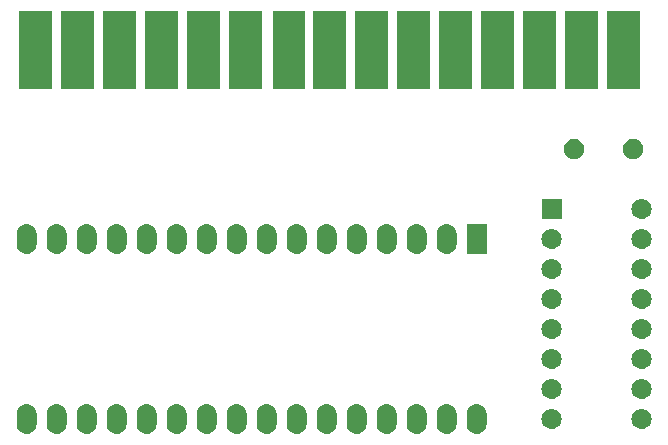
<source format=gbr>
G04 #@! TF.GenerationSoftware,KiCad,Pcbnew,(5.1.4)-1*
G04 #@! TF.CreationDate,2019-11-15T07:05:28+03:00*
G04 #@! TF.ProjectId,ApogeeRom,41706f67-6565-4526-9f6d-2e6b69636164,rev?*
G04 #@! TF.SameCoordinates,Original*
G04 #@! TF.FileFunction,Soldermask,Bot*
G04 #@! TF.FilePolarity,Negative*
%FSLAX46Y46*%
G04 Gerber Fmt 4.6, Leading zero omitted, Abs format (unit mm)*
G04 Created by KiCad (PCBNEW (5.1.4)-1) date 2019-11-15 07:05:28*
%MOMM*%
%LPD*%
G04 APERTURE LIST*
%ADD10C,0.100000*%
G04 APERTURE END LIST*
D10*
G36*
X128436823Y-96551313D02*
G01*
X128597242Y-96599976D01*
X128729906Y-96670886D01*
X128745078Y-96678996D01*
X128874659Y-96785341D01*
X128981004Y-96914922D01*
X128981005Y-96914924D01*
X129060024Y-97062758D01*
X129060025Y-97062761D01*
X129064950Y-97078996D01*
X129108687Y-97223178D01*
X129121000Y-97348197D01*
X129121000Y-98231804D01*
X129108687Y-98356823D01*
X129108686Y-98356825D01*
X129064950Y-98501005D01*
X129060024Y-98517242D01*
X129000456Y-98628686D01*
X128981004Y-98665078D01*
X128874659Y-98794659D01*
X128745077Y-98901005D01*
X128597241Y-98980024D01*
X128436822Y-99028687D01*
X128270000Y-99045117D01*
X128103177Y-99028687D01*
X127942758Y-98980024D01*
X127794924Y-98901005D01*
X127794922Y-98901004D01*
X127665341Y-98794659D01*
X127558995Y-98665077D01*
X127479976Y-98517241D01*
X127475051Y-98501004D01*
X127431314Y-98356824D01*
X127431313Y-98356822D01*
X127419000Y-98231803D01*
X127419000Y-97348197D01*
X127431314Y-97223177D01*
X127475051Y-97078996D01*
X127479976Y-97062761D01*
X127479977Y-97062758D01*
X127558996Y-96914924D01*
X127558997Y-96914922D01*
X127665342Y-96785341D01*
X127794923Y-96678996D01*
X127810095Y-96670886D01*
X127942759Y-96599976D01*
X128103178Y-96551313D01*
X128270000Y-96534883D01*
X128436823Y-96551313D01*
X128436823Y-96551313D01*
G37*
G36*
X123356823Y-96551313D02*
G01*
X123517242Y-96599976D01*
X123649906Y-96670886D01*
X123665078Y-96678996D01*
X123794659Y-96785341D01*
X123901004Y-96914922D01*
X123901005Y-96914924D01*
X123980024Y-97062758D01*
X123980025Y-97062761D01*
X123984950Y-97078996D01*
X124028687Y-97223178D01*
X124041000Y-97348197D01*
X124041000Y-98231804D01*
X124028687Y-98356823D01*
X124028686Y-98356825D01*
X123984950Y-98501005D01*
X123980024Y-98517242D01*
X123920456Y-98628686D01*
X123901004Y-98665078D01*
X123794659Y-98794659D01*
X123665077Y-98901005D01*
X123517241Y-98980024D01*
X123356822Y-99028687D01*
X123190000Y-99045117D01*
X123023177Y-99028687D01*
X122862758Y-98980024D01*
X122714924Y-98901005D01*
X122714922Y-98901004D01*
X122585341Y-98794659D01*
X122478995Y-98665077D01*
X122399976Y-98517241D01*
X122395051Y-98501004D01*
X122351314Y-98356824D01*
X122351313Y-98356822D01*
X122339000Y-98231803D01*
X122339000Y-97348197D01*
X122351314Y-97223177D01*
X122395051Y-97078996D01*
X122399976Y-97062761D01*
X122399977Y-97062758D01*
X122478996Y-96914924D01*
X122478997Y-96914922D01*
X122585342Y-96785341D01*
X122714923Y-96678996D01*
X122730095Y-96670886D01*
X122862759Y-96599976D01*
X123023178Y-96551313D01*
X123190000Y-96534883D01*
X123356823Y-96551313D01*
X123356823Y-96551313D01*
G37*
G36*
X143676823Y-96551313D02*
G01*
X143837242Y-96599976D01*
X143969906Y-96670886D01*
X143985078Y-96678996D01*
X144114659Y-96785341D01*
X144221004Y-96914922D01*
X144221005Y-96914924D01*
X144300024Y-97062758D01*
X144300025Y-97062761D01*
X144304950Y-97078996D01*
X144348687Y-97223178D01*
X144361000Y-97348197D01*
X144361000Y-98231804D01*
X144348687Y-98356823D01*
X144348686Y-98356825D01*
X144304950Y-98501005D01*
X144300024Y-98517242D01*
X144240456Y-98628686D01*
X144221004Y-98665078D01*
X144114659Y-98794659D01*
X143985077Y-98901005D01*
X143837241Y-98980024D01*
X143676822Y-99028687D01*
X143510000Y-99045117D01*
X143343177Y-99028687D01*
X143182758Y-98980024D01*
X143034924Y-98901005D01*
X143034922Y-98901004D01*
X142905341Y-98794659D01*
X142798995Y-98665077D01*
X142719976Y-98517241D01*
X142715051Y-98501004D01*
X142671314Y-98356824D01*
X142671313Y-98356822D01*
X142659000Y-98231803D01*
X142659000Y-97348197D01*
X142671314Y-97223177D01*
X142715051Y-97078996D01*
X142719976Y-97062761D01*
X142719977Y-97062758D01*
X142798996Y-96914924D01*
X142798997Y-96914922D01*
X142905342Y-96785341D01*
X143034923Y-96678996D01*
X143050095Y-96670886D01*
X143182759Y-96599976D01*
X143343178Y-96551313D01*
X143510000Y-96534883D01*
X143676823Y-96551313D01*
X143676823Y-96551313D01*
G37*
G36*
X141136823Y-96551313D02*
G01*
X141297242Y-96599976D01*
X141429906Y-96670886D01*
X141445078Y-96678996D01*
X141574659Y-96785341D01*
X141681004Y-96914922D01*
X141681005Y-96914924D01*
X141760024Y-97062758D01*
X141760025Y-97062761D01*
X141764950Y-97078996D01*
X141808687Y-97223178D01*
X141821000Y-97348197D01*
X141821000Y-98231804D01*
X141808687Y-98356823D01*
X141808686Y-98356825D01*
X141764950Y-98501005D01*
X141760024Y-98517242D01*
X141700456Y-98628686D01*
X141681004Y-98665078D01*
X141574659Y-98794659D01*
X141445077Y-98901005D01*
X141297241Y-98980024D01*
X141136822Y-99028687D01*
X140970000Y-99045117D01*
X140803177Y-99028687D01*
X140642758Y-98980024D01*
X140494924Y-98901005D01*
X140494922Y-98901004D01*
X140365341Y-98794659D01*
X140258995Y-98665077D01*
X140179976Y-98517241D01*
X140175051Y-98501004D01*
X140131314Y-98356824D01*
X140131313Y-98356822D01*
X140119000Y-98231803D01*
X140119000Y-97348197D01*
X140131314Y-97223177D01*
X140175051Y-97078996D01*
X140179976Y-97062761D01*
X140179977Y-97062758D01*
X140258996Y-96914924D01*
X140258997Y-96914922D01*
X140365342Y-96785341D01*
X140494923Y-96678996D01*
X140510095Y-96670886D01*
X140642759Y-96599976D01*
X140803178Y-96551313D01*
X140970000Y-96534883D01*
X141136823Y-96551313D01*
X141136823Y-96551313D01*
G37*
G36*
X138596823Y-96551313D02*
G01*
X138757242Y-96599976D01*
X138889906Y-96670886D01*
X138905078Y-96678996D01*
X139034659Y-96785341D01*
X139141004Y-96914922D01*
X139141005Y-96914924D01*
X139220024Y-97062758D01*
X139220025Y-97062761D01*
X139224950Y-97078996D01*
X139268687Y-97223178D01*
X139281000Y-97348197D01*
X139281000Y-98231804D01*
X139268687Y-98356823D01*
X139268686Y-98356825D01*
X139224950Y-98501005D01*
X139220024Y-98517242D01*
X139160456Y-98628686D01*
X139141004Y-98665078D01*
X139034659Y-98794659D01*
X138905077Y-98901005D01*
X138757241Y-98980024D01*
X138596822Y-99028687D01*
X138430000Y-99045117D01*
X138263177Y-99028687D01*
X138102758Y-98980024D01*
X137954924Y-98901005D01*
X137954922Y-98901004D01*
X137825341Y-98794659D01*
X137718995Y-98665077D01*
X137639976Y-98517241D01*
X137635051Y-98501004D01*
X137591314Y-98356824D01*
X137591313Y-98356822D01*
X137579000Y-98231803D01*
X137579000Y-97348197D01*
X137591314Y-97223177D01*
X137635051Y-97078996D01*
X137639976Y-97062761D01*
X137639977Y-97062758D01*
X137718996Y-96914924D01*
X137718997Y-96914922D01*
X137825342Y-96785341D01*
X137954923Y-96678996D01*
X137970095Y-96670886D01*
X138102759Y-96599976D01*
X138263178Y-96551313D01*
X138430000Y-96534883D01*
X138596823Y-96551313D01*
X138596823Y-96551313D01*
G37*
G36*
X136056823Y-96551313D02*
G01*
X136217242Y-96599976D01*
X136349906Y-96670886D01*
X136365078Y-96678996D01*
X136494659Y-96785341D01*
X136601004Y-96914922D01*
X136601005Y-96914924D01*
X136680024Y-97062758D01*
X136680025Y-97062761D01*
X136684950Y-97078996D01*
X136728687Y-97223178D01*
X136741000Y-97348197D01*
X136741000Y-98231804D01*
X136728687Y-98356823D01*
X136728686Y-98356825D01*
X136684950Y-98501005D01*
X136680024Y-98517242D01*
X136620456Y-98628686D01*
X136601004Y-98665078D01*
X136494659Y-98794659D01*
X136365077Y-98901005D01*
X136217241Y-98980024D01*
X136056822Y-99028687D01*
X135890000Y-99045117D01*
X135723177Y-99028687D01*
X135562758Y-98980024D01*
X135414924Y-98901005D01*
X135414922Y-98901004D01*
X135285341Y-98794659D01*
X135178995Y-98665077D01*
X135099976Y-98517241D01*
X135095051Y-98501004D01*
X135051314Y-98356824D01*
X135051313Y-98356822D01*
X135039000Y-98231803D01*
X135039000Y-97348197D01*
X135051314Y-97223177D01*
X135095051Y-97078996D01*
X135099976Y-97062761D01*
X135099977Y-97062758D01*
X135178996Y-96914924D01*
X135178997Y-96914922D01*
X135285342Y-96785341D01*
X135414923Y-96678996D01*
X135430095Y-96670886D01*
X135562759Y-96599976D01*
X135723178Y-96551313D01*
X135890000Y-96534883D01*
X136056823Y-96551313D01*
X136056823Y-96551313D01*
G37*
G36*
X133516823Y-96551313D02*
G01*
X133677242Y-96599976D01*
X133809906Y-96670886D01*
X133825078Y-96678996D01*
X133954659Y-96785341D01*
X134061004Y-96914922D01*
X134061005Y-96914924D01*
X134140024Y-97062758D01*
X134140025Y-97062761D01*
X134144950Y-97078996D01*
X134188687Y-97223178D01*
X134201000Y-97348197D01*
X134201000Y-98231804D01*
X134188687Y-98356823D01*
X134188686Y-98356825D01*
X134144950Y-98501005D01*
X134140024Y-98517242D01*
X134080456Y-98628686D01*
X134061004Y-98665078D01*
X133954659Y-98794659D01*
X133825077Y-98901005D01*
X133677241Y-98980024D01*
X133516822Y-99028687D01*
X133350000Y-99045117D01*
X133183177Y-99028687D01*
X133022758Y-98980024D01*
X132874924Y-98901005D01*
X132874922Y-98901004D01*
X132745341Y-98794659D01*
X132638995Y-98665077D01*
X132559976Y-98517241D01*
X132555051Y-98501004D01*
X132511314Y-98356824D01*
X132511313Y-98356822D01*
X132499000Y-98231803D01*
X132499000Y-97348197D01*
X132511314Y-97223177D01*
X132555051Y-97078996D01*
X132559976Y-97062761D01*
X132559977Y-97062758D01*
X132638996Y-96914924D01*
X132638997Y-96914922D01*
X132745342Y-96785341D01*
X132874923Y-96678996D01*
X132890095Y-96670886D01*
X133022759Y-96599976D01*
X133183178Y-96551313D01*
X133350000Y-96534883D01*
X133516823Y-96551313D01*
X133516823Y-96551313D01*
G37*
G36*
X130976823Y-96551313D02*
G01*
X131137242Y-96599976D01*
X131269906Y-96670886D01*
X131285078Y-96678996D01*
X131414659Y-96785341D01*
X131521004Y-96914922D01*
X131521005Y-96914924D01*
X131600024Y-97062758D01*
X131600025Y-97062761D01*
X131604950Y-97078996D01*
X131648687Y-97223178D01*
X131661000Y-97348197D01*
X131661000Y-98231804D01*
X131648687Y-98356823D01*
X131648686Y-98356825D01*
X131604950Y-98501005D01*
X131600024Y-98517242D01*
X131540456Y-98628686D01*
X131521004Y-98665078D01*
X131414659Y-98794659D01*
X131285077Y-98901005D01*
X131137241Y-98980024D01*
X130976822Y-99028687D01*
X130810000Y-99045117D01*
X130643177Y-99028687D01*
X130482758Y-98980024D01*
X130334924Y-98901005D01*
X130334922Y-98901004D01*
X130205341Y-98794659D01*
X130098995Y-98665077D01*
X130019976Y-98517241D01*
X130015051Y-98501004D01*
X129971314Y-98356824D01*
X129971313Y-98356822D01*
X129959000Y-98231803D01*
X129959000Y-97348197D01*
X129971314Y-97223177D01*
X130015051Y-97078996D01*
X130019976Y-97062761D01*
X130019977Y-97062758D01*
X130098996Y-96914924D01*
X130098997Y-96914922D01*
X130205342Y-96785341D01*
X130334923Y-96678996D01*
X130350095Y-96670886D01*
X130482759Y-96599976D01*
X130643178Y-96551313D01*
X130810000Y-96534883D01*
X130976823Y-96551313D01*
X130976823Y-96551313D01*
G37*
G36*
X125896823Y-96551313D02*
G01*
X126057242Y-96599976D01*
X126189906Y-96670886D01*
X126205078Y-96678996D01*
X126334659Y-96785341D01*
X126441004Y-96914922D01*
X126441005Y-96914924D01*
X126520024Y-97062758D01*
X126520025Y-97062761D01*
X126524950Y-97078996D01*
X126568687Y-97223178D01*
X126581000Y-97348197D01*
X126581000Y-98231804D01*
X126568687Y-98356823D01*
X126568686Y-98356825D01*
X126524950Y-98501005D01*
X126520024Y-98517242D01*
X126460456Y-98628686D01*
X126441004Y-98665078D01*
X126334659Y-98794659D01*
X126205077Y-98901005D01*
X126057241Y-98980024D01*
X125896822Y-99028687D01*
X125730000Y-99045117D01*
X125563177Y-99028687D01*
X125402758Y-98980024D01*
X125254924Y-98901005D01*
X125254922Y-98901004D01*
X125125341Y-98794659D01*
X125018995Y-98665077D01*
X124939976Y-98517241D01*
X124935051Y-98501004D01*
X124891314Y-98356824D01*
X124891313Y-98356822D01*
X124879000Y-98231803D01*
X124879000Y-97348197D01*
X124891314Y-97223177D01*
X124935051Y-97078996D01*
X124939976Y-97062761D01*
X124939977Y-97062758D01*
X125018996Y-96914924D01*
X125018997Y-96914922D01*
X125125342Y-96785341D01*
X125254923Y-96678996D01*
X125270095Y-96670886D01*
X125402759Y-96599976D01*
X125563178Y-96551313D01*
X125730000Y-96534883D01*
X125896823Y-96551313D01*
X125896823Y-96551313D01*
G37*
G36*
X120816823Y-96551313D02*
G01*
X120977242Y-96599976D01*
X121109906Y-96670886D01*
X121125078Y-96678996D01*
X121254659Y-96785341D01*
X121361004Y-96914922D01*
X121361005Y-96914924D01*
X121440024Y-97062758D01*
X121440025Y-97062761D01*
X121444950Y-97078996D01*
X121488687Y-97223178D01*
X121501000Y-97348197D01*
X121501000Y-98231804D01*
X121488687Y-98356823D01*
X121488686Y-98356825D01*
X121444950Y-98501005D01*
X121440024Y-98517242D01*
X121380456Y-98628686D01*
X121361004Y-98665078D01*
X121254659Y-98794659D01*
X121125077Y-98901005D01*
X120977241Y-98980024D01*
X120816822Y-99028687D01*
X120650000Y-99045117D01*
X120483177Y-99028687D01*
X120322758Y-98980024D01*
X120174924Y-98901005D01*
X120174922Y-98901004D01*
X120045341Y-98794659D01*
X119938995Y-98665077D01*
X119859976Y-98517241D01*
X119855051Y-98501004D01*
X119811314Y-98356824D01*
X119811313Y-98356822D01*
X119799000Y-98231803D01*
X119799000Y-97348197D01*
X119811314Y-97223177D01*
X119855051Y-97078996D01*
X119859976Y-97062761D01*
X119859977Y-97062758D01*
X119938996Y-96914924D01*
X119938997Y-96914922D01*
X120045342Y-96785341D01*
X120174923Y-96678996D01*
X120190095Y-96670886D01*
X120322759Y-96599976D01*
X120483178Y-96551313D01*
X120650000Y-96534883D01*
X120816823Y-96551313D01*
X120816823Y-96551313D01*
G37*
G36*
X118276823Y-96551313D02*
G01*
X118437242Y-96599976D01*
X118569906Y-96670886D01*
X118585078Y-96678996D01*
X118714659Y-96785341D01*
X118821004Y-96914922D01*
X118821005Y-96914924D01*
X118900024Y-97062758D01*
X118900025Y-97062761D01*
X118904950Y-97078996D01*
X118948687Y-97223178D01*
X118961000Y-97348197D01*
X118961000Y-98231804D01*
X118948687Y-98356823D01*
X118948686Y-98356825D01*
X118904950Y-98501005D01*
X118900024Y-98517242D01*
X118840456Y-98628686D01*
X118821004Y-98665078D01*
X118714659Y-98794659D01*
X118585077Y-98901005D01*
X118437241Y-98980024D01*
X118276822Y-99028687D01*
X118110000Y-99045117D01*
X117943177Y-99028687D01*
X117782758Y-98980024D01*
X117634924Y-98901005D01*
X117634922Y-98901004D01*
X117505341Y-98794659D01*
X117398995Y-98665077D01*
X117319976Y-98517241D01*
X117315051Y-98501004D01*
X117271314Y-98356824D01*
X117271313Y-98356822D01*
X117259000Y-98231803D01*
X117259000Y-97348197D01*
X117271314Y-97223177D01*
X117315051Y-97078996D01*
X117319976Y-97062761D01*
X117319977Y-97062758D01*
X117398996Y-96914924D01*
X117398997Y-96914922D01*
X117505342Y-96785341D01*
X117634923Y-96678996D01*
X117650095Y-96670886D01*
X117782759Y-96599976D01*
X117943178Y-96551313D01*
X118110000Y-96534883D01*
X118276823Y-96551313D01*
X118276823Y-96551313D01*
G37*
G36*
X115736823Y-96551313D02*
G01*
X115897242Y-96599976D01*
X116029906Y-96670886D01*
X116045078Y-96678996D01*
X116174659Y-96785341D01*
X116281004Y-96914922D01*
X116281005Y-96914924D01*
X116360024Y-97062758D01*
X116360025Y-97062761D01*
X116364950Y-97078996D01*
X116408687Y-97223178D01*
X116421000Y-97348197D01*
X116421000Y-98231804D01*
X116408687Y-98356823D01*
X116408686Y-98356825D01*
X116364950Y-98501005D01*
X116360024Y-98517242D01*
X116300456Y-98628686D01*
X116281004Y-98665078D01*
X116174659Y-98794659D01*
X116045077Y-98901005D01*
X115897241Y-98980024D01*
X115736822Y-99028687D01*
X115570000Y-99045117D01*
X115403177Y-99028687D01*
X115242758Y-98980024D01*
X115094924Y-98901005D01*
X115094922Y-98901004D01*
X114965341Y-98794659D01*
X114858995Y-98665077D01*
X114779976Y-98517241D01*
X114775051Y-98501004D01*
X114731314Y-98356824D01*
X114731313Y-98356822D01*
X114719000Y-98231803D01*
X114719000Y-97348197D01*
X114731314Y-97223177D01*
X114775051Y-97078996D01*
X114779976Y-97062761D01*
X114779977Y-97062758D01*
X114858996Y-96914924D01*
X114858997Y-96914922D01*
X114965342Y-96785341D01*
X115094923Y-96678996D01*
X115110095Y-96670886D01*
X115242759Y-96599976D01*
X115403178Y-96551313D01*
X115570000Y-96534883D01*
X115736823Y-96551313D01*
X115736823Y-96551313D01*
G37*
G36*
X113196823Y-96551313D02*
G01*
X113357242Y-96599976D01*
X113489906Y-96670886D01*
X113505078Y-96678996D01*
X113634659Y-96785341D01*
X113741004Y-96914922D01*
X113741005Y-96914924D01*
X113820024Y-97062758D01*
X113820025Y-97062761D01*
X113824950Y-97078996D01*
X113868687Y-97223178D01*
X113881000Y-97348197D01*
X113881000Y-98231804D01*
X113868687Y-98356823D01*
X113868686Y-98356825D01*
X113824950Y-98501005D01*
X113820024Y-98517242D01*
X113760456Y-98628686D01*
X113741004Y-98665078D01*
X113634659Y-98794659D01*
X113505077Y-98901005D01*
X113357241Y-98980024D01*
X113196822Y-99028687D01*
X113030000Y-99045117D01*
X112863177Y-99028687D01*
X112702758Y-98980024D01*
X112554924Y-98901005D01*
X112554922Y-98901004D01*
X112425341Y-98794659D01*
X112318995Y-98665077D01*
X112239976Y-98517241D01*
X112235051Y-98501004D01*
X112191314Y-98356824D01*
X112191313Y-98356822D01*
X112179000Y-98231803D01*
X112179000Y-97348197D01*
X112191314Y-97223177D01*
X112235051Y-97078996D01*
X112239976Y-97062761D01*
X112239977Y-97062758D01*
X112318996Y-96914924D01*
X112318997Y-96914922D01*
X112425342Y-96785341D01*
X112554923Y-96678996D01*
X112570095Y-96670886D01*
X112702759Y-96599976D01*
X112863178Y-96551313D01*
X113030000Y-96534883D01*
X113196823Y-96551313D01*
X113196823Y-96551313D01*
G37*
G36*
X110656823Y-96551313D02*
G01*
X110817242Y-96599976D01*
X110949906Y-96670886D01*
X110965078Y-96678996D01*
X111094659Y-96785341D01*
X111201004Y-96914922D01*
X111201005Y-96914924D01*
X111280024Y-97062758D01*
X111280025Y-97062761D01*
X111284950Y-97078996D01*
X111328687Y-97223178D01*
X111341000Y-97348197D01*
X111341000Y-98231804D01*
X111328687Y-98356823D01*
X111328686Y-98356825D01*
X111284950Y-98501005D01*
X111280024Y-98517242D01*
X111220456Y-98628686D01*
X111201004Y-98665078D01*
X111094659Y-98794659D01*
X110965077Y-98901005D01*
X110817241Y-98980024D01*
X110656822Y-99028687D01*
X110490000Y-99045117D01*
X110323177Y-99028687D01*
X110162758Y-98980024D01*
X110014924Y-98901005D01*
X110014922Y-98901004D01*
X109885341Y-98794659D01*
X109778995Y-98665077D01*
X109699976Y-98517241D01*
X109695051Y-98501004D01*
X109651314Y-98356824D01*
X109651313Y-98356822D01*
X109639000Y-98231803D01*
X109639000Y-97348197D01*
X109651314Y-97223177D01*
X109695051Y-97078996D01*
X109699976Y-97062761D01*
X109699977Y-97062758D01*
X109778996Y-96914924D01*
X109778997Y-96914922D01*
X109885342Y-96785341D01*
X110014923Y-96678996D01*
X110030095Y-96670886D01*
X110162759Y-96599976D01*
X110323178Y-96551313D01*
X110490000Y-96534883D01*
X110656823Y-96551313D01*
X110656823Y-96551313D01*
G37*
G36*
X108116823Y-96551313D02*
G01*
X108277242Y-96599976D01*
X108409906Y-96670886D01*
X108425078Y-96678996D01*
X108554659Y-96785341D01*
X108661004Y-96914922D01*
X108661005Y-96914924D01*
X108740024Y-97062758D01*
X108740025Y-97062761D01*
X108744950Y-97078996D01*
X108788687Y-97223178D01*
X108801000Y-97348197D01*
X108801000Y-98231804D01*
X108788687Y-98356823D01*
X108788686Y-98356825D01*
X108744950Y-98501005D01*
X108740024Y-98517242D01*
X108680456Y-98628686D01*
X108661004Y-98665078D01*
X108554659Y-98794659D01*
X108425077Y-98901005D01*
X108277241Y-98980024D01*
X108116822Y-99028687D01*
X107950000Y-99045117D01*
X107783177Y-99028687D01*
X107622758Y-98980024D01*
X107474924Y-98901005D01*
X107474922Y-98901004D01*
X107345341Y-98794659D01*
X107238995Y-98665077D01*
X107159976Y-98517241D01*
X107155051Y-98501004D01*
X107111314Y-98356824D01*
X107111313Y-98356822D01*
X107099000Y-98231803D01*
X107099000Y-97348197D01*
X107111314Y-97223177D01*
X107155051Y-97078996D01*
X107159976Y-97062761D01*
X107159977Y-97062758D01*
X107238996Y-96914924D01*
X107238997Y-96914922D01*
X107345342Y-96785341D01*
X107474923Y-96678996D01*
X107490095Y-96670886D01*
X107622759Y-96599976D01*
X107783178Y-96551313D01*
X107950000Y-96534883D01*
X108116823Y-96551313D01*
X108116823Y-96551313D01*
G37*
G36*
X105576823Y-96551313D02*
G01*
X105737242Y-96599976D01*
X105869906Y-96670886D01*
X105885078Y-96678996D01*
X106014659Y-96785341D01*
X106121004Y-96914922D01*
X106121005Y-96914924D01*
X106200024Y-97062758D01*
X106200025Y-97062761D01*
X106204950Y-97078996D01*
X106248687Y-97223178D01*
X106261000Y-97348197D01*
X106261000Y-98231804D01*
X106248687Y-98356823D01*
X106248686Y-98356825D01*
X106204950Y-98501005D01*
X106200024Y-98517242D01*
X106140456Y-98628686D01*
X106121004Y-98665078D01*
X106014659Y-98794659D01*
X105885077Y-98901005D01*
X105737241Y-98980024D01*
X105576822Y-99028687D01*
X105410000Y-99045117D01*
X105243177Y-99028687D01*
X105082758Y-98980024D01*
X104934924Y-98901005D01*
X104934922Y-98901004D01*
X104805341Y-98794659D01*
X104698995Y-98665077D01*
X104619976Y-98517241D01*
X104615051Y-98501004D01*
X104571314Y-98356824D01*
X104571313Y-98356822D01*
X104559000Y-98231803D01*
X104559000Y-97348197D01*
X104571314Y-97223177D01*
X104615051Y-97078996D01*
X104619976Y-97062761D01*
X104619977Y-97062758D01*
X104698996Y-96914924D01*
X104698997Y-96914922D01*
X104805342Y-96785341D01*
X104934923Y-96678996D01*
X104950095Y-96670886D01*
X105082759Y-96599976D01*
X105243178Y-96551313D01*
X105410000Y-96534883D01*
X105576823Y-96551313D01*
X105576823Y-96551313D01*
G37*
G36*
X150026823Y-96951313D02*
G01*
X150187242Y-96999976D01*
X150304699Y-97062758D01*
X150335078Y-97078996D01*
X150464659Y-97185341D01*
X150571004Y-97314922D01*
X150571005Y-97314924D01*
X150650024Y-97462758D01*
X150698687Y-97623177D01*
X150715117Y-97790000D01*
X150698687Y-97956823D01*
X150650024Y-98117242D01*
X150588792Y-98231799D01*
X150571004Y-98265078D01*
X150464659Y-98394659D01*
X150335078Y-98501004D01*
X150335076Y-98501005D01*
X150187242Y-98580024D01*
X150026823Y-98628687D01*
X149901804Y-98641000D01*
X149818196Y-98641000D01*
X149693177Y-98628687D01*
X149532758Y-98580024D01*
X149384924Y-98501005D01*
X149384922Y-98501004D01*
X149255341Y-98394659D01*
X149148996Y-98265078D01*
X149131208Y-98231799D01*
X149069976Y-98117242D01*
X149021313Y-97956823D01*
X149004883Y-97790000D01*
X149021313Y-97623177D01*
X149069976Y-97462758D01*
X149148995Y-97314924D01*
X149148996Y-97314922D01*
X149255341Y-97185341D01*
X149384922Y-97078996D01*
X149415301Y-97062758D01*
X149532758Y-96999976D01*
X149693177Y-96951313D01*
X149818196Y-96939000D01*
X149901804Y-96939000D01*
X150026823Y-96951313D01*
X150026823Y-96951313D01*
G37*
G36*
X157646823Y-96951313D02*
G01*
X157807242Y-96999976D01*
X157924699Y-97062758D01*
X157955078Y-97078996D01*
X158084659Y-97185341D01*
X158191004Y-97314922D01*
X158191005Y-97314924D01*
X158270024Y-97462758D01*
X158318687Y-97623177D01*
X158335117Y-97790000D01*
X158318687Y-97956823D01*
X158270024Y-98117242D01*
X158208792Y-98231799D01*
X158191004Y-98265078D01*
X158084659Y-98394659D01*
X157955078Y-98501004D01*
X157955076Y-98501005D01*
X157807242Y-98580024D01*
X157646823Y-98628687D01*
X157521804Y-98641000D01*
X157438196Y-98641000D01*
X157313177Y-98628687D01*
X157152758Y-98580024D01*
X157004924Y-98501005D01*
X157004922Y-98501004D01*
X156875341Y-98394659D01*
X156768996Y-98265078D01*
X156751208Y-98231799D01*
X156689976Y-98117242D01*
X156641313Y-97956823D01*
X156624883Y-97790000D01*
X156641313Y-97623177D01*
X156689976Y-97462758D01*
X156768995Y-97314924D01*
X156768996Y-97314922D01*
X156875341Y-97185341D01*
X157004922Y-97078996D01*
X157035301Y-97062758D01*
X157152758Y-96999976D01*
X157313177Y-96951313D01*
X157438196Y-96939000D01*
X157521804Y-96939000D01*
X157646823Y-96951313D01*
X157646823Y-96951313D01*
G37*
G36*
X157646823Y-94411313D02*
G01*
X157807242Y-94459976D01*
X157939906Y-94530886D01*
X157955078Y-94538996D01*
X158084659Y-94645341D01*
X158191004Y-94774922D01*
X158191005Y-94774924D01*
X158270024Y-94922758D01*
X158318687Y-95083177D01*
X158335117Y-95250000D01*
X158318687Y-95416823D01*
X158270024Y-95577242D01*
X158199114Y-95709906D01*
X158191004Y-95725078D01*
X158084659Y-95854659D01*
X157955078Y-95961004D01*
X157955076Y-95961005D01*
X157807242Y-96040024D01*
X157646823Y-96088687D01*
X157521804Y-96101000D01*
X157438196Y-96101000D01*
X157313177Y-96088687D01*
X157152758Y-96040024D01*
X157004924Y-95961005D01*
X157004922Y-95961004D01*
X156875341Y-95854659D01*
X156768996Y-95725078D01*
X156760886Y-95709906D01*
X156689976Y-95577242D01*
X156641313Y-95416823D01*
X156624883Y-95250000D01*
X156641313Y-95083177D01*
X156689976Y-94922758D01*
X156768995Y-94774924D01*
X156768996Y-94774922D01*
X156875341Y-94645341D01*
X157004922Y-94538996D01*
X157020094Y-94530886D01*
X157152758Y-94459976D01*
X157313177Y-94411313D01*
X157438196Y-94399000D01*
X157521804Y-94399000D01*
X157646823Y-94411313D01*
X157646823Y-94411313D01*
G37*
G36*
X150026823Y-94411313D02*
G01*
X150187242Y-94459976D01*
X150319906Y-94530886D01*
X150335078Y-94538996D01*
X150464659Y-94645341D01*
X150571004Y-94774922D01*
X150571005Y-94774924D01*
X150650024Y-94922758D01*
X150698687Y-95083177D01*
X150715117Y-95250000D01*
X150698687Y-95416823D01*
X150650024Y-95577242D01*
X150579114Y-95709906D01*
X150571004Y-95725078D01*
X150464659Y-95854659D01*
X150335078Y-95961004D01*
X150335076Y-95961005D01*
X150187242Y-96040024D01*
X150026823Y-96088687D01*
X149901804Y-96101000D01*
X149818196Y-96101000D01*
X149693177Y-96088687D01*
X149532758Y-96040024D01*
X149384924Y-95961005D01*
X149384922Y-95961004D01*
X149255341Y-95854659D01*
X149148996Y-95725078D01*
X149140886Y-95709906D01*
X149069976Y-95577242D01*
X149021313Y-95416823D01*
X149004883Y-95250000D01*
X149021313Y-95083177D01*
X149069976Y-94922758D01*
X149148995Y-94774924D01*
X149148996Y-94774922D01*
X149255341Y-94645341D01*
X149384922Y-94538996D01*
X149400094Y-94530886D01*
X149532758Y-94459976D01*
X149693177Y-94411313D01*
X149818196Y-94399000D01*
X149901804Y-94399000D01*
X150026823Y-94411313D01*
X150026823Y-94411313D01*
G37*
G36*
X150026823Y-91871313D02*
G01*
X150187242Y-91919976D01*
X150319906Y-91990886D01*
X150335078Y-91998996D01*
X150464659Y-92105341D01*
X150571004Y-92234922D01*
X150571005Y-92234924D01*
X150650024Y-92382758D01*
X150698687Y-92543177D01*
X150715117Y-92710000D01*
X150698687Y-92876823D01*
X150650024Y-93037242D01*
X150579114Y-93169906D01*
X150571004Y-93185078D01*
X150464659Y-93314659D01*
X150335078Y-93421004D01*
X150335076Y-93421005D01*
X150187242Y-93500024D01*
X150026823Y-93548687D01*
X149901804Y-93561000D01*
X149818196Y-93561000D01*
X149693177Y-93548687D01*
X149532758Y-93500024D01*
X149384924Y-93421005D01*
X149384922Y-93421004D01*
X149255341Y-93314659D01*
X149148996Y-93185078D01*
X149140886Y-93169906D01*
X149069976Y-93037242D01*
X149021313Y-92876823D01*
X149004883Y-92710000D01*
X149021313Y-92543177D01*
X149069976Y-92382758D01*
X149148995Y-92234924D01*
X149148996Y-92234922D01*
X149255341Y-92105341D01*
X149384922Y-91998996D01*
X149400094Y-91990886D01*
X149532758Y-91919976D01*
X149693177Y-91871313D01*
X149818196Y-91859000D01*
X149901804Y-91859000D01*
X150026823Y-91871313D01*
X150026823Y-91871313D01*
G37*
G36*
X157646823Y-91871313D02*
G01*
X157807242Y-91919976D01*
X157939906Y-91990886D01*
X157955078Y-91998996D01*
X158084659Y-92105341D01*
X158191004Y-92234922D01*
X158191005Y-92234924D01*
X158270024Y-92382758D01*
X158318687Y-92543177D01*
X158335117Y-92710000D01*
X158318687Y-92876823D01*
X158270024Y-93037242D01*
X158199114Y-93169906D01*
X158191004Y-93185078D01*
X158084659Y-93314659D01*
X157955078Y-93421004D01*
X157955076Y-93421005D01*
X157807242Y-93500024D01*
X157646823Y-93548687D01*
X157521804Y-93561000D01*
X157438196Y-93561000D01*
X157313177Y-93548687D01*
X157152758Y-93500024D01*
X157004924Y-93421005D01*
X157004922Y-93421004D01*
X156875341Y-93314659D01*
X156768996Y-93185078D01*
X156760886Y-93169906D01*
X156689976Y-93037242D01*
X156641313Y-92876823D01*
X156624883Y-92710000D01*
X156641313Y-92543177D01*
X156689976Y-92382758D01*
X156768995Y-92234924D01*
X156768996Y-92234922D01*
X156875341Y-92105341D01*
X157004922Y-91998996D01*
X157020094Y-91990886D01*
X157152758Y-91919976D01*
X157313177Y-91871313D01*
X157438196Y-91859000D01*
X157521804Y-91859000D01*
X157646823Y-91871313D01*
X157646823Y-91871313D01*
G37*
G36*
X150026823Y-89331313D02*
G01*
X150187242Y-89379976D01*
X150319906Y-89450886D01*
X150335078Y-89458996D01*
X150464659Y-89565341D01*
X150571004Y-89694922D01*
X150571005Y-89694924D01*
X150650024Y-89842758D01*
X150698687Y-90003177D01*
X150715117Y-90170000D01*
X150698687Y-90336823D01*
X150650024Y-90497242D01*
X150579114Y-90629906D01*
X150571004Y-90645078D01*
X150464659Y-90774659D01*
X150335078Y-90881004D01*
X150335076Y-90881005D01*
X150187242Y-90960024D01*
X150026823Y-91008687D01*
X149901804Y-91021000D01*
X149818196Y-91021000D01*
X149693177Y-91008687D01*
X149532758Y-90960024D01*
X149384924Y-90881005D01*
X149384922Y-90881004D01*
X149255341Y-90774659D01*
X149148996Y-90645078D01*
X149140886Y-90629906D01*
X149069976Y-90497242D01*
X149021313Y-90336823D01*
X149004883Y-90170000D01*
X149021313Y-90003177D01*
X149069976Y-89842758D01*
X149148995Y-89694924D01*
X149148996Y-89694922D01*
X149255341Y-89565341D01*
X149384922Y-89458996D01*
X149400094Y-89450886D01*
X149532758Y-89379976D01*
X149693177Y-89331313D01*
X149818196Y-89319000D01*
X149901804Y-89319000D01*
X150026823Y-89331313D01*
X150026823Y-89331313D01*
G37*
G36*
X157646823Y-89331313D02*
G01*
X157807242Y-89379976D01*
X157939906Y-89450886D01*
X157955078Y-89458996D01*
X158084659Y-89565341D01*
X158191004Y-89694922D01*
X158191005Y-89694924D01*
X158270024Y-89842758D01*
X158318687Y-90003177D01*
X158335117Y-90170000D01*
X158318687Y-90336823D01*
X158270024Y-90497242D01*
X158199114Y-90629906D01*
X158191004Y-90645078D01*
X158084659Y-90774659D01*
X157955078Y-90881004D01*
X157955076Y-90881005D01*
X157807242Y-90960024D01*
X157646823Y-91008687D01*
X157521804Y-91021000D01*
X157438196Y-91021000D01*
X157313177Y-91008687D01*
X157152758Y-90960024D01*
X157004924Y-90881005D01*
X157004922Y-90881004D01*
X156875341Y-90774659D01*
X156768996Y-90645078D01*
X156760886Y-90629906D01*
X156689976Y-90497242D01*
X156641313Y-90336823D01*
X156624883Y-90170000D01*
X156641313Y-90003177D01*
X156689976Y-89842758D01*
X156768995Y-89694924D01*
X156768996Y-89694922D01*
X156875341Y-89565341D01*
X157004922Y-89458996D01*
X157020094Y-89450886D01*
X157152758Y-89379976D01*
X157313177Y-89331313D01*
X157438196Y-89319000D01*
X157521804Y-89319000D01*
X157646823Y-89331313D01*
X157646823Y-89331313D01*
G37*
G36*
X157646823Y-86791313D02*
G01*
X157807242Y-86839976D01*
X157939906Y-86910886D01*
X157955078Y-86918996D01*
X158084659Y-87025341D01*
X158191004Y-87154922D01*
X158191005Y-87154924D01*
X158270024Y-87302758D01*
X158318687Y-87463177D01*
X158335117Y-87630000D01*
X158318687Y-87796823D01*
X158270024Y-87957242D01*
X158199114Y-88089906D01*
X158191004Y-88105078D01*
X158084659Y-88234659D01*
X157955078Y-88341004D01*
X157955076Y-88341005D01*
X157807242Y-88420024D01*
X157646823Y-88468687D01*
X157521804Y-88481000D01*
X157438196Y-88481000D01*
X157313177Y-88468687D01*
X157152758Y-88420024D01*
X157004924Y-88341005D01*
X157004922Y-88341004D01*
X156875341Y-88234659D01*
X156768996Y-88105078D01*
X156760886Y-88089906D01*
X156689976Y-87957242D01*
X156641313Y-87796823D01*
X156624883Y-87630000D01*
X156641313Y-87463177D01*
X156689976Y-87302758D01*
X156768995Y-87154924D01*
X156768996Y-87154922D01*
X156875341Y-87025341D01*
X157004922Y-86918996D01*
X157020094Y-86910886D01*
X157152758Y-86839976D01*
X157313177Y-86791313D01*
X157438196Y-86779000D01*
X157521804Y-86779000D01*
X157646823Y-86791313D01*
X157646823Y-86791313D01*
G37*
G36*
X150026823Y-86791313D02*
G01*
X150187242Y-86839976D01*
X150319906Y-86910886D01*
X150335078Y-86918996D01*
X150464659Y-87025341D01*
X150571004Y-87154922D01*
X150571005Y-87154924D01*
X150650024Y-87302758D01*
X150698687Y-87463177D01*
X150715117Y-87630000D01*
X150698687Y-87796823D01*
X150650024Y-87957242D01*
X150579114Y-88089906D01*
X150571004Y-88105078D01*
X150464659Y-88234659D01*
X150335078Y-88341004D01*
X150335076Y-88341005D01*
X150187242Y-88420024D01*
X150026823Y-88468687D01*
X149901804Y-88481000D01*
X149818196Y-88481000D01*
X149693177Y-88468687D01*
X149532758Y-88420024D01*
X149384924Y-88341005D01*
X149384922Y-88341004D01*
X149255341Y-88234659D01*
X149148996Y-88105078D01*
X149140886Y-88089906D01*
X149069976Y-87957242D01*
X149021313Y-87796823D01*
X149004883Y-87630000D01*
X149021313Y-87463177D01*
X149069976Y-87302758D01*
X149148995Y-87154924D01*
X149148996Y-87154922D01*
X149255341Y-87025341D01*
X149384922Y-86918996D01*
X149400094Y-86910886D01*
X149532758Y-86839976D01*
X149693177Y-86791313D01*
X149818196Y-86779000D01*
X149901804Y-86779000D01*
X150026823Y-86791313D01*
X150026823Y-86791313D01*
G37*
G36*
X150026823Y-84251313D02*
G01*
X150187242Y-84299976D01*
X150319906Y-84370886D01*
X150335078Y-84378996D01*
X150464659Y-84485341D01*
X150571004Y-84614922D01*
X150571005Y-84614924D01*
X150650024Y-84762758D01*
X150698687Y-84923177D01*
X150715117Y-85090000D01*
X150698687Y-85256823D01*
X150650024Y-85417242D01*
X150579114Y-85549906D01*
X150571004Y-85565078D01*
X150464659Y-85694659D01*
X150335078Y-85801004D01*
X150335076Y-85801005D01*
X150187242Y-85880024D01*
X150026823Y-85928687D01*
X149901804Y-85941000D01*
X149818196Y-85941000D01*
X149693177Y-85928687D01*
X149532758Y-85880024D01*
X149384924Y-85801005D01*
X149384922Y-85801004D01*
X149255341Y-85694659D01*
X149148996Y-85565078D01*
X149140886Y-85549906D01*
X149069976Y-85417242D01*
X149021313Y-85256823D01*
X149004883Y-85090000D01*
X149021313Y-84923177D01*
X149069976Y-84762758D01*
X149148995Y-84614924D01*
X149148996Y-84614922D01*
X149255341Y-84485341D01*
X149384922Y-84378996D01*
X149400094Y-84370886D01*
X149532758Y-84299976D01*
X149693177Y-84251313D01*
X149818196Y-84239000D01*
X149901804Y-84239000D01*
X150026823Y-84251313D01*
X150026823Y-84251313D01*
G37*
G36*
X157646823Y-84251313D02*
G01*
X157807242Y-84299976D01*
X157939906Y-84370886D01*
X157955078Y-84378996D01*
X158084659Y-84485341D01*
X158191004Y-84614922D01*
X158191005Y-84614924D01*
X158270024Y-84762758D01*
X158318687Y-84923177D01*
X158335117Y-85090000D01*
X158318687Y-85256823D01*
X158270024Y-85417242D01*
X158199114Y-85549906D01*
X158191004Y-85565078D01*
X158084659Y-85694659D01*
X157955078Y-85801004D01*
X157955076Y-85801005D01*
X157807242Y-85880024D01*
X157646823Y-85928687D01*
X157521804Y-85941000D01*
X157438196Y-85941000D01*
X157313177Y-85928687D01*
X157152758Y-85880024D01*
X157004924Y-85801005D01*
X157004922Y-85801004D01*
X156875341Y-85694659D01*
X156768996Y-85565078D01*
X156760886Y-85549906D01*
X156689976Y-85417242D01*
X156641313Y-85256823D01*
X156624883Y-85090000D01*
X156641313Y-84923177D01*
X156689976Y-84762758D01*
X156768995Y-84614924D01*
X156768996Y-84614922D01*
X156875341Y-84485341D01*
X157004922Y-84378996D01*
X157020094Y-84370886D01*
X157152758Y-84299976D01*
X157313177Y-84251313D01*
X157438196Y-84239000D01*
X157521804Y-84239000D01*
X157646823Y-84251313D01*
X157646823Y-84251313D01*
G37*
G36*
X120816823Y-81311313D02*
G01*
X120977242Y-81359976D01*
X121109906Y-81430886D01*
X121125078Y-81438996D01*
X121254659Y-81545341D01*
X121361004Y-81674922D01*
X121361005Y-81674924D01*
X121440024Y-81822758D01*
X121440025Y-81822761D01*
X121444950Y-81838996D01*
X121488687Y-81983178D01*
X121501000Y-82108197D01*
X121501000Y-82991804D01*
X121488687Y-83116823D01*
X121488686Y-83116825D01*
X121444950Y-83261005D01*
X121440024Y-83277242D01*
X121380456Y-83388686D01*
X121361004Y-83425078D01*
X121254659Y-83554659D01*
X121125077Y-83661005D01*
X120977241Y-83740024D01*
X120816822Y-83788687D01*
X120650000Y-83805117D01*
X120483177Y-83788687D01*
X120322758Y-83740024D01*
X120174924Y-83661005D01*
X120174922Y-83661004D01*
X120045341Y-83554659D01*
X119938995Y-83425077D01*
X119859976Y-83277241D01*
X119855051Y-83261004D01*
X119811314Y-83116824D01*
X119811313Y-83116822D01*
X119799000Y-82991803D01*
X119799000Y-82108197D01*
X119811314Y-81983177D01*
X119855051Y-81838996D01*
X119859976Y-81822761D01*
X119859977Y-81822758D01*
X119938996Y-81674924D01*
X119938997Y-81674922D01*
X120045342Y-81545341D01*
X120174923Y-81438996D01*
X120190095Y-81430886D01*
X120322759Y-81359976D01*
X120483178Y-81311313D01*
X120650000Y-81294883D01*
X120816823Y-81311313D01*
X120816823Y-81311313D01*
G37*
G36*
X123356823Y-81311313D02*
G01*
X123517242Y-81359976D01*
X123649906Y-81430886D01*
X123665078Y-81438996D01*
X123794659Y-81545341D01*
X123901004Y-81674922D01*
X123901005Y-81674924D01*
X123980024Y-81822758D01*
X123980025Y-81822761D01*
X123984950Y-81838996D01*
X124028687Y-81983178D01*
X124041000Y-82108197D01*
X124041000Y-82991804D01*
X124028687Y-83116823D01*
X124028686Y-83116825D01*
X123984950Y-83261005D01*
X123980024Y-83277242D01*
X123920456Y-83388686D01*
X123901004Y-83425078D01*
X123794659Y-83554659D01*
X123665077Y-83661005D01*
X123517241Y-83740024D01*
X123356822Y-83788687D01*
X123190000Y-83805117D01*
X123023177Y-83788687D01*
X122862758Y-83740024D01*
X122714924Y-83661005D01*
X122714922Y-83661004D01*
X122585341Y-83554659D01*
X122478995Y-83425077D01*
X122399976Y-83277241D01*
X122395051Y-83261004D01*
X122351314Y-83116824D01*
X122351313Y-83116822D01*
X122339000Y-82991803D01*
X122339000Y-82108197D01*
X122351314Y-81983177D01*
X122395051Y-81838996D01*
X122399976Y-81822761D01*
X122399977Y-81822758D01*
X122478996Y-81674924D01*
X122478997Y-81674922D01*
X122585342Y-81545341D01*
X122714923Y-81438996D01*
X122730095Y-81430886D01*
X122862759Y-81359976D01*
X123023178Y-81311313D01*
X123190000Y-81294883D01*
X123356823Y-81311313D01*
X123356823Y-81311313D01*
G37*
G36*
X125896823Y-81311313D02*
G01*
X126057242Y-81359976D01*
X126189906Y-81430886D01*
X126205078Y-81438996D01*
X126334659Y-81545341D01*
X126441004Y-81674922D01*
X126441005Y-81674924D01*
X126520024Y-81822758D01*
X126520025Y-81822761D01*
X126524950Y-81838996D01*
X126568687Y-81983178D01*
X126581000Y-82108197D01*
X126581000Y-82991804D01*
X126568687Y-83116823D01*
X126568686Y-83116825D01*
X126524950Y-83261005D01*
X126520024Y-83277242D01*
X126460456Y-83388686D01*
X126441004Y-83425078D01*
X126334659Y-83554659D01*
X126205077Y-83661005D01*
X126057241Y-83740024D01*
X125896822Y-83788687D01*
X125730000Y-83805117D01*
X125563177Y-83788687D01*
X125402758Y-83740024D01*
X125254924Y-83661005D01*
X125254922Y-83661004D01*
X125125341Y-83554659D01*
X125018995Y-83425077D01*
X124939976Y-83277241D01*
X124935051Y-83261004D01*
X124891314Y-83116824D01*
X124891313Y-83116822D01*
X124879000Y-82991803D01*
X124879000Y-82108197D01*
X124891314Y-81983177D01*
X124935051Y-81838996D01*
X124939976Y-81822761D01*
X124939977Y-81822758D01*
X125018996Y-81674924D01*
X125018997Y-81674922D01*
X125125342Y-81545341D01*
X125254923Y-81438996D01*
X125270095Y-81430886D01*
X125402759Y-81359976D01*
X125563178Y-81311313D01*
X125730000Y-81294883D01*
X125896823Y-81311313D01*
X125896823Y-81311313D01*
G37*
G36*
X128436823Y-81311313D02*
G01*
X128597242Y-81359976D01*
X128729906Y-81430886D01*
X128745078Y-81438996D01*
X128874659Y-81545341D01*
X128981004Y-81674922D01*
X128981005Y-81674924D01*
X129060024Y-81822758D01*
X129060025Y-81822761D01*
X129064950Y-81838996D01*
X129108687Y-81983178D01*
X129121000Y-82108197D01*
X129121000Y-82991804D01*
X129108687Y-83116823D01*
X129108686Y-83116825D01*
X129064950Y-83261005D01*
X129060024Y-83277242D01*
X129000456Y-83388686D01*
X128981004Y-83425078D01*
X128874659Y-83554659D01*
X128745077Y-83661005D01*
X128597241Y-83740024D01*
X128436822Y-83788687D01*
X128270000Y-83805117D01*
X128103177Y-83788687D01*
X127942758Y-83740024D01*
X127794924Y-83661005D01*
X127794922Y-83661004D01*
X127665341Y-83554659D01*
X127558995Y-83425077D01*
X127479976Y-83277241D01*
X127475051Y-83261004D01*
X127431314Y-83116824D01*
X127431313Y-83116822D01*
X127419000Y-82991803D01*
X127419000Y-82108197D01*
X127431314Y-81983177D01*
X127475051Y-81838996D01*
X127479976Y-81822761D01*
X127479977Y-81822758D01*
X127558996Y-81674924D01*
X127558997Y-81674922D01*
X127665342Y-81545341D01*
X127794923Y-81438996D01*
X127810095Y-81430886D01*
X127942759Y-81359976D01*
X128103178Y-81311313D01*
X128270000Y-81294883D01*
X128436823Y-81311313D01*
X128436823Y-81311313D01*
G37*
G36*
X115736823Y-81311313D02*
G01*
X115897242Y-81359976D01*
X116029906Y-81430886D01*
X116045078Y-81438996D01*
X116174659Y-81545341D01*
X116281004Y-81674922D01*
X116281005Y-81674924D01*
X116360024Y-81822758D01*
X116360025Y-81822761D01*
X116364950Y-81838996D01*
X116408687Y-81983178D01*
X116421000Y-82108197D01*
X116421000Y-82991804D01*
X116408687Y-83116823D01*
X116408686Y-83116825D01*
X116364950Y-83261005D01*
X116360024Y-83277242D01*
X116300456Y-83388686D01*
X116281004Y-83425078D01*
X116174659Y-83554659D01*
X116045077Y-83661005D01*
X115897241Y-83740024D01*
X115736822Y-83788687D01*
X115570000Y-83805117D01*
X115403177Y-83788687D01*
X115242758Y-83740024D01*
X115094924Y-83661005D01*
X115094922Y-83661004D01*
X114965341Y-83554659D01*
X114858995Y-83425077D01*
X114779976Y-83277241D01*
X114775051Y-83261004D01*
X114731314Y-83116824D01*
X114731313Y-83116822D01*
X114719000Y-82991803D01*
X114719000Y-82108197D01*
X114731314Y-81983177D01*
X114775051Y-81838996D01*
X114779976Y-81822761D01*
X114779977Y-81822758D01*
X114858996Y-81674924D01*
X114858997Y-81674922D01*
X114965342Y-81545341D01*
X115094923Y-81438996D01*
X115110095Y-81430886D01*
X115242759Y-81359976D01*
X115403178Y-81311313D01*
X115570000Y-81294883D01*
X115736823Y-81311313D01*
X115736823Y-81311313D01*
G37*
G36*
X130976823Y-81311313D02*
G01*
X131137242Y-81359976D01*
X131269906Y-81430886D01*
X131285078Y-81438996D01*
X131414659Y-81545341D01*
X131521004Y-81674922D01*
X131521005Y-81674924D01*
X131600024Y-81822758D01*
X131600025Y-81822761D01*
X131604950Y-81838996D01*
X131648687Y-81983178D01*
X131661000Y-82108197D01*
X131661000Y-82991804D01*
X131648687Y-83116823D01*
X131648686Y-83116825D01*
X131604950Y-83261005D01*
X131600024Y-83277242D01*
X131540456Y-83388686D01*
X131521004Y-83425078D01*
X131414659Y-83554659D01*
X131285077Y-83661005D01*
X131137241Y-83740024D01*
X130976822Y-83788687D01*
X130810000Y-83805117D01*
X130643177Y-83788687D01*
X130482758Y-83740024D01*
X130334924Y-83661005D01*
X130334922Y-83661004D01*
X130205341Y-83554659D01*
X130098995Y-83425077D01*
X130019976Y-83277241D01*
X130015051Y-83261004D01*
X129971314Y-83116824D01*
X129971313Y-83116822D01*
X129959000Y-82991803D01*
X129959000Y-82108197D01*
X129971314Y-81983177D01*
X130015051Y-81838996D01*
X130019976Y-81822761D01*
X130019977Y-81822758D01*
X130098996Y-81674924D01*
X130098997Y-81674922D01*
X130205342Y-81545341D01*
X130334923Y-81438996D01*
X130350095Y-81430886D01*
X130482759Y-81359976D01*
X130643178Y-81311313D01*
X130810000Y-81294883D01*
X130976823Y-81311313D01*
X130976823Y-81311313D01*
G37*
G36*
X141136823Y-81311313D02*
G01*
X141297242Y-81359976D01*
X141429906Y-81430886D01*
X141445078Y-81438996D01*
X141574659Y-81545341D01*
X141681004Y-81674922D01*
X141681005Y-81674924D01*
X141760024Y-81822758D01*
X141760025Y-81822761D01*
X141764950Y-81838996D01*
X141808687Y-81983178D01*
X141821000Y-82108197D01*
X141821000Y-82991804D01*
X141808687Y-83116823D01*
X141808686Y-83116825D01*
X141764950Y-83261005D01*
X141760024Y-83277242D01*
X141700456Y-83388686D01*
X141681004Y-83425078D01*
X141574659Y-83554659D01*
X141445077Y-83661005D01*
X141297241Y-83740024D01*
X141136822Y-83788687D01*
X140970000Y-83805117D01*
X140803177Y-83788687D01*
X140642758Y-83740024D01*
X140494924Y-83661005D01*
X140494922Y-83661004D01*
X140365341Y-83554659D01*
X140258995Y-83425077D01*
X140179976Y-83277241D01*
X140175051Y-83261004D01*
X140131314Y-83116824D01*
X140131313Y-83116822D01*
X140119000Y-82991803D01*
X140119000Y-82108197D01*
X140131314Y-81983177D01*
X140175051Y-81838996D01*
X140179976Y-81822761D01*
X140179977Y-81822758D01*
X140258996Y-81674924D01*
X140258997Y-81674922D01*
X140365342Y-81545341D01*
X140494923Y-81438996D01*
X140510095Y-81430886D01*
X140642759Y-81359976D01*
X140803178Y-81311313D01*
X140970000Y-81294883D01*
X141136823Y-81311313D01*
X141136823Y-81311313D01*
G37*
G36*
X138596823Y-81311313D02*
G01*
X138757242Y-81359976D01*
X138889906Y-81430886D01*
X138905078Y-81438996D01*
X139034659Y-81545341D01*
X139141004Y-81674922D01*
X139141005Y-81674924D01*
X139220024Y-81822758D01*
X139220025Y-81822761D01*
X139224950Y-81838996D01*
X139268687Y-81983178D01*
X139281000Y-82108197D01*
X139281000Y-82991804D01*
X139268687Y-83116823D01*
X139268686Y-83116825D01*
X139224950Y-83261005D01*
X139220024Y-83277242D01*
X139160456Y-83388686D01*
X139141004Y-83425078D01*
X139034659Y-83554659D01*
X138905077Y-83661005D01*
X138757241Y-83740024D01*
X138596822Y-83788687D01*
X138430000Y-83805117D01*
X138263177Y-83788687D01*
X138102758Y-83740024D01*
X137954924Y-83661005D01*
X137954922Y-83661004D01*
X137825341Y-83554659D01*
X137718995Y-83425077D01*
X137639976Y-83277241D01*
X137635051Y-83261004D01*
X137591314Y-83116824D01*
X137591313Y-83116822D01*
X137579000Y-82991803D01*
X137579000Y-82108197D01*
X137591314Y-81983177D01*
X137635051Y-81838996D01*
X137639976Y-81822761D01*
X137639977Y-81822758D01*
X137718996Y-81674924D01*
X137718997Y-81674922D01*
X137825342Y-81545341D01*
X137954923Y-81438996D01*
X137970095Y-81430886D01*
X138102759Y-81359976D01*
X138263178Y-81311313D01*
X138430000Y-81294883D01*
X138596823Y-81311313D01*
X138596823Y-81311313D01*
G37*
G36*
X133516823Y-81311313D02*
G01*
X133677242Y-81359976D01*
X133809906Y-81430886D01*
X133825078Y-81438996D01*
X133954659Y-81545341D01*
X134061004Y-81674922D01*
X134061005Y-81674924D01*
X134140024Y-81822758D01*
X134140025Y-81822761D01*
X134144950Y-81838996D01*
X134188687Y-81983178D01*
X134201000Y-82108197D01*
X134201000Y-82991804D01*
X134188687Y-83116823D01*
X134188686Y-83116825D01*
X134144950Y-83261005D01*
X134140024Y-83277242D01*
X134080456Y-83388686D01*
X134061004Y-83425078D01*
X133954659Y-83554659D01*
X133825077Y-83661005D01*
X133677241Y-83740024D01*
X133516822Y-83788687D01*
X133350000Y-83805117D01*
X133183177Y-83788687D01*
X133022758Y-83740024D01*
X132874924Y-83661005D01*
X132874922Y-83661004D01*
X132745341Y-83554659D01*
X132638995Y-83425077D01*
X132559976Y-83277241D01*
X132555051Y-83261004D01*
X132511314Y-83116824D01*
X132511313Y-83116822D01*
X132499000Y-82991803D01*
X132499000Y-82108197D01*
X132511314Y-81983177D01*
X132555051Y-81838996D01*
X132559976Y-81822761D01*
X132559977Y-81822758D01*
X132638996Y-81674924D01*
X132638997Y-81674922D01*
X132745342Y-81545341D01*
X132874923Y-81438996D01*
X132890095Y-81430886D01*
X133022759Y-81359976D01*
X133183178Y-81311313D01*
X133350000Y-81294883D01*
X133516823Y-81311313D01*
X133516823Y-81311313D01*
G37*
G36*
X118276823Y-81311313D02*
G01*
X118437242Y-81359976D01*
X118569906Y-81430886D01*
X118585078Y-81438996D01*
X118714659Y-81545341D01*
X118821004Y-81674922D01*
X118821005Y-81674924D01*
X118900024Y-81822758D01*
X118900025Y-81822761D01*
X118904950Y-81838996D01*
X118948687Y-81983178D01*
X118961000Y-82108197D01*
X118961000Y-82991804D01*
X118948687Y-83116823D01*
X118948686Y-83116825D01*
X118904950Y-83261005D01*
X118900024Y-83277242D01*
X118840456Y-83388686D01*
X118821004Y-83425078D01*
X118714659Y-83554659D01*
X118585077Y-83661005D01*
X118437241Y-83740024D01*
X118276822Y-83788687D01*
X118110000Y-83805117D01*
X117943177Y-83788687D01*
X117782758Y-83740024D01*
X117634924Y-83661005D01*
X117634922Y-83661004D01*
X117505341Y-83554659D01*
X117398995Y-83425077D01*
X117319976Y-83277241D01*
X117315051Y-83261004D01*
X117271314Y-83116824D01*
X117271313Y-83116822D01*
X117259000Y-82991803D01*
X117259000Y-82108197D01*
X117271314Y-81983177D01*
X117315051Y-81838996D01*
X117319976Y-81822761D01*
X117319977Y-81822758D01*
X117398996Y-81674924D01*
X117398997Y-81674922D01*
X117505342Y-81545341D01*
X117634923Y-81438996D01*
X117650095Y-81430886D01*
X117782759Y-81359976D01*
X117943178Y-81311313D01*
X118110000Y-81294883D01*
X118276823Y-81311313D01*
X118276823Y-81311313D01*
G37*
G36*
X113196823Y-81311313D02*
G01*
X113357242Y-81359976D01*
X113489906Y-81430886D01*
X113505078Y-81438996D01*
X113634659Y-81545341D01*
X113741004Y-81674922D01*
X113741005Y-81674924D01*
X113820024Y-81822758D01*
X113820025Y-81822761D01*
X113824950Y-81838996D01*
X113868687Y-81983178D01*
X113881000Y-82108197D01*
X113881000Y-82991804D01*
X113868687Y-83116823D01*
X113868686Y-83116825D01*
X113824950Y-83261005D01*
X113820024Y-83277242D01*
X113760456Y-83388686D01*
X113741004Y-83425078D01*
X113634659Y-83554659D01*
X113505077Y-83661005D01*
X113357241Y-83740024D01*
X113196822Y-83788687D01*
X113030000Y-83805117D01*
X112863177Y-83788687D01*
X112702758Y-83740024D01*
X112554924Y-83661005D01*
X112554922Y-83661004D01*
X112425341Y-83554659D01*
X112318995Y-83425077D01*
X112239976Y-83277241D01*
X112235051Y-83261004D01*
X112191314Y-83116824D01*
X112191313Y-83116822D01*
X112179000Y-82991803D01*
X112179000Y-82108197D01*
X112191314Y-81983177D01*
X112235051Y-81838996D01*
X112239976Y-81822761D01*
X112239977Y-81822758D01*
X112318996Y-81674924D01*
X112318997Y-81674922D01*
X112425342Y-81545341D01*
X112554923Y-81438996D01*
X112570095Y-81430886D01*
X112702759Y-81359976D01*
X112863178Y-81311313D01*
X113030000Y-81294883D01*
X113196823Y-81311313D01*
X113196823Y-81311313D01*
G37*
G36*
X105576823Y-81311313D02*
G01*
X105737242Y-81359976D01*
X105869906Y-81430886D01*
X105885078Y-81438996D01*
X106014659Y-81545341D01*
X106121004Y-81674922D01*
X106121005Y-81674924D01*
X106200024Y-81822758D01*
X106200025Y-81822761D01*
X106204950Y-81838996D01*
X106248687Y-81983178D01*
X106261000Y-82108197D01*
X106261000Y-82991804D01*
X106248687Y-83116823D01*
X106248686Y-83116825D01*
X106204950Y-83261005D01*
X106200024Y-83277242D01*
X106140456Y-83388686D01*
X106121004Y-83425078D01*
X106014659Y-83554659D01*
X105885077Y-83661005D01*
X105737241Y-83740024D01*
X105576822Y-83788687D01*
X105410000Y-83805117D01*
X105243177Y-83788687D01*
X105082758Y-83740024D01*
X104934924Y-83661005D01*
X104934922Y-83661004D01*
X104805341Y-83554659D01*
X104698995Y-83425077D01*
X104619976Y-83277241D01*
X104615051Y-83261004D01*
X104571314Y-83116824D01*
X104571313Y-83116822D01*
X104559000Y-82991803D01*
X104559000Y-82108197D01*
X104571314Y-81983177D01*
X104615051Y-81838996D01*
X104619976Y-81822761D01*
X104619977Y-81822758D01*
X104698996Y-81674924D01*
X104698997Y-81674922D01*
X104805342Y-81545341D01*
X104934923Y-81438996D01*
X104950095Y-81430886D01*
X105082759Y-81359976D01*
X105243178Y-81311313D01*
X105410000Y-81294883D01*
X105576823Y-81311313D01*
X105576823Y-81311313D01*
G37*
G36*
X110656823Y-81311313D02*
G01*
X110817242Y-81359976D01*
X110949906Y-81430886D01*
X110965078Y-81438996D01*
X111094659Y-81545341D01*
X111201004Y-81674922D01*
X111201005Y-81674924D01*
X111280024Y-81822758D01*
X111280025Y-81822761D01*
X111284950Y-81838996D01*
X111328687Y-81983178D01*
X111341000Y-82108197D01*
X111341000Y-82991804D01*
X111328687Y-83116823D01*
X111328686Y-83116825D01*
X111284950Y-83261005D01*
X111280024Y-83277242D01*
X111220456Y-83388686D01*
X111201004Y-83425078D01*
X111094659Y-83554659D01*
X110965077Y-83661005D01*
X110817241Y-83740024D01*
X110656822Y-83788687D01*
X110490000Y-83805117D01*
X110323177Y-83788687D01*
X110162758Y-83740024D01*
X110014924Y-83661005D01*
X110014922Y-83661004D01*
X109885341Y-83554659D01*
X109778995Y-83425077D01*
X109699976Y-83277241D01*
X109695051Y-83261004D01*
X109651314Y-83116824D01*
X109651313Y-83116822D01*
X109639000Y-82991803D01*
X109639000Y-82108197D01*
X109651314Y-81983177D01*
X109695051Y-81838996D01*
X109699976Y-81822761D01*
X109699977Y-81822758D01*
X109778996Y-81674924D01*
X109778997Y-81674922D01*
X109885342Y-81545341D01*
X110014923Y-81438996D01*
X110030095Y-81430886D01*
X110162759Y-81359976D01*
X110323178Y-81311313D01*
X110490000Y-81294883D01*
X110656823Y-81311313D01*
X110656823Y-81311313D01*
G37*
G36*
X108116823Y-81311313D02*
G01*
X108277242Y-81359976D01*
X108409906Y-81430886D01*
X108425078Y-81438996D01*
X108554659Y-81545341D01*
X108661004Y-81674922D01*
X108661005Y-81674924D01*
X108740024Y-81822758D01*
X108740025Y-81822761D01*
X108744950Y-81838996D01*
X108788687Y-81983178D01*
X108801000Y-82108197D01*
X108801000Y-82991804D01*
X108788687Y-83116823D01*
X108788686Y-83116825D01*
X108744950Y-83261005D01*
X108740024Y-83277242D01*
X108680456Y-83388686D01*
X108661004Y-83425078D01*
X108554659Y-83554659D01*
X108425077Y-83661005D01*
X108277241Y-83740024D01*
X108116822Y-83788687D01*
X107950000Y-83805117D01*
X107783177Y-83788687D01*
X107622758Y-83740024D01*
X107474924Y-83661005D01*
X107474922Y-83661004D01*
X107345341Y-83554659D01*
X107238995Y-83425077D01*
X107159976Y-83277241D01*
X107155051Y-83261004D01*
X107111314Y-83116824D01*
X107111313Y-83116822D01*
X107099000Y-82991803D01*
X107099000Y-82108197D01*
X107111314Y-81983177D01*
X107155051Y-81838996D01*
X107159976Y-81822761D01*
X107159977Y-81822758D01*
X107238996Y-81674924D01*
X107238997Y-81674922D01*
X107345342Y-81545341D01*
X107474923Y-81438996D01*
X107490095Y-81430886D01*
X107622759Y-81359976D01*
X107783178Y-81311313D01*
X107950000Y-81294883D01*
X108116823Y-81311313D01*
X108116823Y-81311313D01*
G37*
G36*
X136056823Y-81311313D02*
G01*
X136217242Y-81359976D01*
X136349906Y-81430886D01*
X136365078Y-81438996D01*
X136494659Y-81545341D01*
X136601004Y-81674922D01*
X136601005Y-81674924D01*
X136680024Y-81822758D01*
X136680025Y-81822761D01*
X136684950Y-81838996D01*
X136728687Y-81983178D01*
X136741000Y-82108197D01*
X136741000Y-82991804D01*
X136728687Y-83116823D01*
X136728686Y-83116825D01*
X136684950Y-83261005D01*
X136680024Y-83277242D01*
X136620456Y-83388686D01*
X136601004Y-83425078D01*
X136494659Y-83554659D01*
X136365077Y-83661005D01*
X136217241Y-83740024D01*
X136056822Y-83788687D01*
X135890000Y-83805117D01*
X135723177Y-83788687D01*
X135562758Y-83740024D01*
X135414924Y-83661005D01*
X135414922Y-83661004D01*
X135285341Y-83554659D01*
X135178995Y-83425077D01*
X135099976Y-83277241D01*
X135095051Y-83261004D01*
X135051314Y-83116824D01*
X135051313Y-83116822D01*
X135039000Y-82991803D01*
X135039000Y-82108197D01*
X135051314Y-81983177D01*
X135095051Y-81838996D01*
X135099976Y-81822761D01*
X135099977Y-81822758D01*
X135178996Y-81674924D01*
X135178997Y-81674922D01*
X135285342Y-81545341D01*
X135414923Y-81438996D01*
X135430095Y-81430886D01*
X135562759Y-81359976D01*
X135723178Y-81311313D01*
X135890000Y-81294883D01*
X136056823Y-81311313D01*
X136056823Y-81311313D01*
G37*
G36*
X144361000Y-83801000D02*
G01*
X142659000Y-83801000D01*
X142659000Y-81299000D01*
X144361000Y-81299000D01*
X144361000Y-83801000D01*
X144361000Y-83801000D01*
G37*
G36*
X157646823Y-81711313D02*
G01*
X157807242Y-81759976D01*
X157924699Y-81822758D01*
X157955078Y-81838996D01*
X158084659Y-81945341D01*
X158191004Y-82074922D01*
X158191005Y-82074924D01*
X158270024Y-82222758D01*
X158318687Y-82383177D01*
X158335117Y-82550000D01*
X158318687Y-82716823D01*
X158270024Y-82877242D01*
X158208792Y-82991799D01*
X158191004Y-83025078D01*
X158084659Y-83154659D01*
X157955078Y-83261004D01*
X157955076Y-83261005D01*
X157807242Y-83340024D01*
X157646823Y-83388687D01*
X157521804Y-83401000D01*
X157438196Y-83401000D01*
X157313177Y-83388687D01*
X157152758Y-83340024D01*
X157004924Y-83261005D01*
X157004922Y-83261004D01*
X156875341Y-83154659D01*
X156768996Y-83025078D01*
X156751208Y-82991799D01*
X156689976Y-82877242D01*
X156641313Y-82716823D01*
X156624883Y-82550000D01*
X156641313Y-82383177D01*
X156689976Y-82222758D01*
X156768995Y-82074924D01*
X156768996Y-82074922D01*
X156875341Y-81945341D01*
X157004922Y-81838996D01*
X157035301Y-81822758D01*
X157152758Y-81759976D01*
X157313177Y-81711313D01*
X157438196Y-81699000D01*
X157521804Y-81699000D01*
X157646823Y-81711313D01*
X157646823Y-81711313D01*
G37*
G36*
X150026823Y-81711313D02*
G01*
X150187242Y-81759976D01*
X150304699Y-81822758D01*
X150335078Y-81838996D01*
X150464659Y-81945341D01*
X150571004Y-82074922D01*
X150571005Y-82074924D01*
X150650024Y-82222758D01*
X150698687Y-82383177D01*
X150715117Y-82550000D01*
X150698687Y-82716823D01*
X150650024Y-82877242D01*
X150588792Y-82991799D01*
X150571004Y-83025078D01*
X150464659Y-83154659D01*
X150335078Y-83261004D01*
X150335076Y-83261005D01*
X150187242Y-83340024D01*
X150026823Y-83388687D01*
X149901804Y-83401000D01*
X149818196Y-83401000D01*
X149693177Y-83388687D01*
X149532758Y-83340024D01*
X149384924Y-83261005D01*
X149384922Y-83261004D01*
X149255341Y-83154659D01*
X149148996Y-83025078D01*
X149131208Y-82991799D01*
X149069976Y-82877242D01*
X149021313Y-82716823D01*
X149004883Y-82550000D01*
X149021313Y-82383177D01*
X149069976Y-82222758D01*
X149148995Y-82074924D01*
X149148996Y-82074922D01*
X149255341Y-81945341D01*
X149384922Y-81838996D01*
X149415301Y-81822758D01*
X149532758Y-81759976D01*
X149693177Y-81711313D01*
X149818196Y-81699000D01*
X149901804Y-81699000D01*
X150026823Y-81711313D01*
X150026823Y-81711313D01*
G37*
G36*
X157646823Y-79171313D02*
G01*
X157807242Y-79219976D01*
X157939906Y-79290886D01*
X157955078Y-79298996D01*
X158084659Y-79405341D01*
X158191004Y-79534922D01*
X158191005Y-79534924D01*
X158270024Y-79682758D01*
X158318687Y-79843177D01*
X158335117Y-80010000D01*
X158318687Y-80176823D01*
X158270024Y-80337242D01*
X158199114Y-80469906D01*
X158191004Y-80485078D01*
X158084659Y-80614659D01*
X157955078Y-80721004D01*
X157955076Y-80721005D01*
X157807242Y-80800024D01*
X157646823Y-80848687D01*
X157521804Y-80861000D01*
X157438196Y-80861000D01*
X157313177Y-80848687D01*
X157152758Y-80800024D01*
X157004924Y-80721005D01*
X157004922Y-80721004D01*
X156875341Y-80614659D01*
X156768996Y-80485078D01*
X156760886Y-80469906D01*
X156689976Y-80337242D01*
X156641313Y-80176823D01*
X156624883Y-80010000D01*
X156641313Y-79843177D01*
X156689976Y-79682758D01*
X156768995Y-79534924D01*
X156768996Y-79534922D01*
X156875341Y-79405341D01*
X157004922Y-79298996D01*
X157020094Y-79290886D01*
X157152758Y-79219976D01*
X157313177Y-79171313D01*
X157438196Y-79159000D01*
X157521804Y-79159000D01*
X157646823Y-79171313D01*
X157646823Y-79171313D01*
G37*
G36*
X150711000Y-80861000D02*
G01*
X149009000Y-80861000D01*
X149009000Y-79159000D01*
X150711000Y-79159000D01*
X150711000Y-80861000D01*
X150711000Y-80861000D01*
G37*
G36*
X157013228Y-74111703D02*
G01*
X157168100Y-74175853D01*
X157307481Y-74268985D01*
X157426015Y-74387519D01*
X157519147Y-74526900D01*
X157583297Y-74681772D01*
X157616000Y-74846184D01*
X157616000Y-75013816D01*
X157583297Y-75178228D01*
X157519147Y-75333100D01*
X157426015Y-75472481D01*
X157307481Y-75591015D01*
X157168100Y-75684147D01*
X157013228Y-75748297D01*
X156848816Y-75781000D01*
X156681184Y-75781000D01*
X156516772Y-75748297D01*
X156361900Y-75684147D01*
X156222519Y-75591015D01*
X156103985Y-75472481D01*
X156010853Y-75333100D01*
X155946703Y-75178228D01*
X155914000Y-75013816D01*
X155914000Y-74846184D01*
X155946703Y-74681772D01*
X156010853Y-74526900D01*
X156103985Y-74387519D01*
X156222519Y-74268985D01*
X156361900Y-74175853D01*
X156516772Y-74111703D01*
X156681184Y-74079000D01*
X156848816Y-74079000D01*
X157013228Y-74111703D01*
X157013228Y-74111703D01*
G37*
G36*
X152013228Y-74111703D02*
G01*
X152168100Y-74175853D01*
X152307481Y-74268985D01*
X152426015Y-74387519D01*
X152519147Y-74526900D01*
X152583297Y-74681772D01*
X152616000Y-74846184D01*
X152616000Y-75013816D01*
X152583297Y-75178228D01*
X152519147Y-75333100D01*
X152426015Y-75472481D01*
X152307481Y-75591015D01*
X152168100Y-75684147D01*
X152013228Y-75748297D01*
X151848816Y-75781000D01*
X151681184Y-75781000D01*
X151516772Y-75748297D01*
X151361900Y-75684147D01*
X151222519Y-75591015D01*
X151103985Y-75472481D01*
X151010853Y-75333100D01*
X150946703Y-75178228D01*
X150914000Y-75013816D01*
X150914000Y-74846184D01*
X150946703Y-74681772D01*
X151010853Y-74526900D01*
X151103985Y-74387519D01*
X151222519Y-74268985D01*
X151361900Y-74175853D01*
X151516772Y-74111703D01*
X151681184Y-74079000D01*
X151848816Y-74079000D01*
X152013228Y-74111703D01*
X152013228Y-74111703D01*
G37*
G36*
X107543600Y-69824600D02*
G01*
X104800400Y-69824600D01*
X104800400Y-63271400D01*
X107543600Y-63271400D01*
X107543600Y-69824600D01*
X107543600Y-69824600D01*
G37*
G36*
X111099600Y-69824600D02*
G01*
X108356400Y-69824600D01*
X108356400Y-63271400D01*
X111099600Y-63271400D01*
X111099600Y-69824600D01*
X111099600Y-69824600D01*
G37*
G36*
X114655600Y-69824600D02*
G01*
X111912400Y-69824600D01*
X111912400Y-63271400D01*
X114655600Y-63271400D01*
X114655600Y-69824600D01*
X114655600Y-69824600D01*
G37*
G36*
X118211600Y-69824600D02*
G01*
X115468400Y-69824600D01*
X115468400Y-63271400D01*
X118211600Y-63271400D01*
X118211600Y-69824600D01*
X118211600Y-69824600D01*
G37*
G36*
X121767600Y-69824600D02*
G01*
X119024400Y-69824600D01*
X119024400Y-63271400D01*
X121767600Y-63271400D01*
X121767600Y-69824600D01*
X121767600Y-69824600D01*
G37*
G36*
X129006600Y-69824600D02*
G01*
X126263400Y-69824600D01*
X126263400Y-63271400D01*
X129006600Y-63271400D01*
X129006600Y-69824600D01*
X129006600Y-69824600D01*
G37*
G36*
X157327600Y-69824600D02*
G01*
X154584400Y-69824600D01*
X154584400Y-63271400D01*
X157327600Y-63271400D01*
X157327600Y-69824600D01*
X157327600Y-69824600D01*
G37*
G36*
X125323600Y-69824600D02*
G01*
X122580400Y-69824600D01*
X122580400Y-63271400D01*
X125323600Y-63271400D01*
X125323600Y-69824600D01*
X125323600Y-69824600D01*
G37*
G36*
X150215600Y-69824600D02*
G01*
X147472400Y-69824600D01*
X147472400Y-63271400D01*
X150215600Y-63271400D01*
X150215600Y-69824600D01*
X150215600Y-69824600D01*
G37*
G36*
X146659600Y-69824600D02*
G01*
X143916400Y-69824600D01*
X143916400Y-63271400D01*
X146659600Y-63271400D01*
X146659600Y-69824600D01*
X146659600Y-69824600D01*
G37*
G36*
X143103600Y-69824600D02*
G01*
X140360400Y-69824600D01*
X140360400Y-63271400D01*
X143103600Y-63271400D01*
X143103600Y-69824600D01*
X143103600Y-69824600D01*
G37*
G36*
X139547600Y-69824600D02*
G01*
X136804400Y-69824600D01*
X136804400Y-63271400D01*
X139547600Y-63271400D01*
X139547600Y-69824600D01*
X139547600Y-69824600D01*
G37*
G36*
X135991600Y-69824600D02*
G01*
X133248400Y-69824600D01*
X133248400Y-63271400D01*
X135991600Y-63271400D01*
X135991600Y-69824600D01*
X135991600Y-69824600D01*
G37*
G36*
X132435600Y-69824600D02*
G01*
X129692400Y-69824600D01*
X129692400Y-63271400D01*
X132435600Y-63271400D01*
X132435600Y-69824600D01*
X132435600Y-69824600D01*
G37*
G36*
X153771600Y-69824600D02*
G01*
X151028400Y-69824600D01*
X151028400Y-63271400D01*
X153771600Y-63271400D01*
X153771600Y-69824600D01*
X153771600Y-69824600D01*
G37*
M02*

</source>
